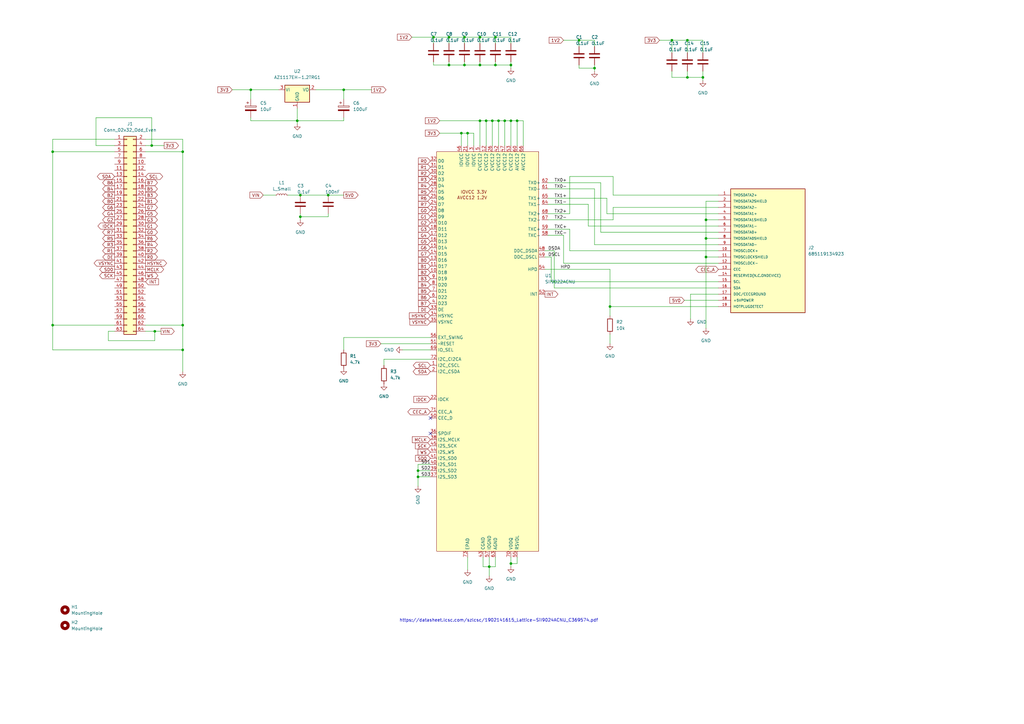
<source format=kicad_sch>
(kicad_sch (version 20211123) (generator eeschema)
  (paper "A3")
  (lib_symbols
    (symbol "685119134923:685119134923" (pin_names (offset 1.016))
      (property "Reference" "J" (at -3.81 25.4 0))
      (property "Value" "685119134923" (at -3.81 -30.48 0))
      (symbol "685119134923_0_0"
        (rectangle (start -15.24 -26.67) (end 15.24 24.13) (stroke (width 0.254)) (fill (type background)))
        (pin bidirectional line (at -20.32 21.59 0) (length 5.08) (name "TMDSDATA2+") (number "1"))
        (pin bidirectional line (at -20.32 -1.27 0) (length 5.08) (name "TMDSCLOCK+") (number "10"))
        (pin bidirectional line (at -20.32 -3.81 0) (length 5.08) (name "TMDSCLOCKSHIELD") (number "11"))
        (pin bidirectional line (at -20.32 -6.35 0) (length 5.08) (name "TMDSCLOCK-") (number "12"))
        (pin bidirectional line (at -20.32 -8.89 0) (length 5.08) (name "CEC") (number "13"))
        (pin bidirectional line (at -20.32 -11.43 0) (length 5.08) (name "RESERVED(N.C.ONDEVICE)") (number "14"))
        (pin bidirectional line (at -20.32 -13.97 0) (length 5.08) (name "SCL") (number "15"))
        (pin bidirectional line (at -20.32 -16.51 0) (length 5.08) (name "SDA") (number "16"))
        (pin bidirectional line (at -20.32 -19.05 0) (length 5.08) (name "DDC/CECGROUND") (number "17"))
        (pin bidirectional line (at -20.32 -21.59 0) (length 5.08) (name "+5VPOWER") (number "18"))
        (pin bidirectional line (at -20.32 -24.13 0) (length 5.08) (name "HOTPLUGDETECT") (number "19"))
        (pin bidirectional line (at -20.32 19.05 0) (length 5.08) (name "TMDSDATA2SHIELD") (number "2"))
        (pin bidirectional line (at -20.32 16.51 0) (length 5.08) (name "TMDSDATA2-") (number "3"))
        (pin bidirectional line (at -20.32 13.97 0) (length 5.08) (name "TMDSDATA1+") (number "4"))
        (pin bidirectional line (at -20.32 11.43 0) (length 5.08) (name "TMDSDATA1SHIELD") (number "5"))
        (pin bidirectional line (at -20.32 8.89 0) (length 5.08) (name "TMDSDATA1-") (number "6"))
        (pin bidirectional line (at -20.32 6.35 0) (length 5.08) (name "TMDSDATA0+") (number "7"))
        (pin bidirectional line (at -20.32 3.81 0) (length 5.08) (name "TMDSDATA0SHIELD") (number "8"))
        (pin bidirectional line (at -20.32 1.27 0) (length 5.08) (name "TMDSDATA0-") (number "9"))
      )
    )
    (symbol "Connector_Generic:Conn_02x32_Odd_Even" (pin_names (offset 1.016) hide)
      (property "Reference" "J" (at 1.27 40.64 0))
      (property "Value" "Conn_02x32_Odd_Even" (at 1.27 -43.18 0))
      (symbol "Conn_02x32_Odd_Even_1_1"
        (rectangle (start -1.27 -40.513) (end 0 -40.767) (stroke (width 0.1524)))
        (rectangle (start -1.27 -37.973) (end 0 -38.227) (stroke (width 0.1524)))
        (rectangle (start -1.27 -35.433) (end 0 -35.687) (stroke (width 0.1524)))
        (rectangle (start -1.27 -32.893) (end 0 -33.147) (stroke (width 0.1524)))
        (rectangle (start -1.27 -30.353) (end 0 -30.607) (stroke (width 0.1524)))
        (rectangle (start -1.27 -27.813) (end 0 -28.067) (stroke (width 0.1524)))
        (rectangle (start -1.27 -25.273) (end 0 -25.527) (stroke (width 0.1524)))
        (rectangle (start -1.27 -22.733) (end 0 -22.987) (stroke (width 0.1524)))
        (rectangle (start -1.27 -20.193) (end 0 -20.447) (stroke (width 0.1524)))
        (rectangle (start -1.27 -17.653) (end 0 -17.907) (stroke (width 0.1524)))
        (rectangle (start -1.27 -15.113) (end 0 -15.367) (stroke (width 0.1524)))
        (rectangle (start -1.27 -12.573) (end 0 -12.827) (stroke (width 0.1524)))
        (rectangle (start -1.27 -10.033) (end 0 -10.287) (stroke (width 0.1524)))
        (rectangle (start -1.27 -7.493) (end 0 -7.747) (stroke (width 0.1524)))
        (rectangle (start -1.27 -4.953) (end 0 -5.207) (stroke (width 0.1524)))
        (rectangle (start -1.27 -2.413) (end 0 -2.667) (stroke (width 0.1524)))
        (rectangle (start -1.27 0.127) (end 0 -0.127) (stroke (width 0.1524)))
        (rectangle (start -1.27 2.667) (end 0 2.413) (stroke (width 0.1524)))
        (rectangle (start -1.27 5.207) (end 0 4.953) (stroke (width 0.1524)))
        (rectangle (start -1.27 7.747) (end 0 7.493) (stroke (width 0.1524)))
        (rectangle (start -1.27 10.287) (end 0 10.033) (stroke (width 0.1524)))
        (rectangle (start -1.27 12.827) (end 0 12.573) (stroke (width 0.1524)))
        (rectangle (start -1.27 15.367) (end 0 15.113) (stroke (width 0.1524)))
        (rectangle (start -1.27 17.907) (end 0 17.653) (stroke (width 0.1524)))
        (rectangle (start -1.27 20.447) (end 0 20.193) (stroke (width 0.1524)))
        (rectangle (start -1.27 22.987) (end 0 22.733) (stroke (width 0.1524)))
        (rectangle (start -1.27 25.527) (end 0 25.273) (stroke (width 0.1524)))
        (rectangle (start -1.27 28.067) (end 0 27.813) (stroke (width 0.1524)))
        (rectangle (start -1.27 30.607) (end 0 30.353) (stroke (width 0.1524)))
        (rectangle (start -1.27 33.147) (end 0 32.893) (stroke (width 0.1524)))
        (rectangle (start -1.27 35.687) (end 0 35.433) (stroke (width 0.1524)))
        (rectangle (start -1.27 38.227) (end 0 37.973) (stroke (width 0.1524)))
        (rectangle (start -1.27 39.37) (end 3.81 -41.91) (stroke (width 0.254)) (fill (type background)))
        (rectangle (start 3.81 -40.513) (end 2.54 -40.767) (stroke (width 0.1524)))
        (rectangle (start 3.81 -37.973) (end 2.54 -38.227) (stroke (width 0.1524)))
        (rectangle (start 3.81 -35.433) (end 2.54 -35.687) (stroke (width 0.1524)))
        (rectangle (start 3.81 -32.893) (end 2.54 -33.147) (stroke (width 0.1524)))
        (rectangle (start 3.81 -30.353) (end 2.54 -30.607) (stroke (width 0.1524)))
        (rectangle (start 3.81 -27.813) (end 2.54 -28.067) (stroke (width 0.1524)))
        (rectangle (start 3.81 -25.273) (end 2.54 -25.527) (stroke (width 0.1524)))
        (rectangle (start 3.81 -22.733) (end 2.54 -22.987) (stroke (width 0.1524)))
        (rectangle (start 3.81 -20.193) (end 2.54 -20.447) (stroke (width 0.1524)))
        (rectangle (start 3.81 -17.653) (end 2.54 -17.907) (stroke (width 0.1524)))
        (rectangle (start 3.81 -15.113) (end 2.54 -15.367) (stroke (width 0.1524)))
        (rectangle (start 3.81 -12.573) (end 2.54 -12.827) (stroke (width 0.1524)))
        (rectangle (start 3.81 -10.033) (end 2.54 -10.287) (stroke (width 0.1524)))
        (rectangle (start 3.81 -7.493) (end 2.54 -7.747) (stroke (width 0.1524)))
        (rectangle (start 3.81 -4.953) (end 2.54 -5.207) (stroke (width 0.1524)))
        (rectangle (start 3.81 -2.413) (end 2.54 -2.667) (stroke (width 0.1524)))
        (rectangle (start 3.81 0.127) (end 2.54 -0.127) (stroke (width 0.1524)))
        (rectangle (start 3.81 2.667) (end 2.54 2.413) (stroke (width 0.1524)))
        (rectangle (start 3.81 5.207) (end 2.54 4.953) (stroke (width 0.1524)))
        (rectangle (start 3.81 7.747) (end 2.54 7.493) (stroke (width 0.1524)))
        (rectangle (start 3.81 10.287) (end 2.54 10.033) (stroke (width 0.1524)))
        (rectangle (start 3.81 12.827) (end 2.54 12.573) (stroke (width 0.1524)))
        (rectangle (start 3.81 15.367) (end 2.54 15.113) (stroke (width 0.1524)))
        (rectangle (start 3.81 17.907) (end 2.54 17.653) (stroke (width 0.1524)))
        (rectangle (start 3.81 20.447) (end 2.54 20.193) (stroke (width 0.1524)))
        (rectangle (start 3.81 22.987) (end 2.54 22.733) (stroke (width 0.1524)))
        (rectangle (start 3.81 25.527) (end 2.54 25.273) (stroke (width 0.1524)))
        (rectangle (start 3.81 28.067) (end 2.54 27.813) (stroke (width 0.1524)))
        (rectangle (start 3.81 30.607) (end 2.54 30.353) (stroke (width 0.1524)))
        (rectangle (start 3.81 33.147) (end 2.54 32.893) (stroke (width 0.1524)))
        (rectangle (start 3.81 35.687) (end 2.54 35.433) (stroke (width 0.1524)))
        (rectangle (start 3.81 38.227) (end 2.54 37.973) (stroke (width 0.1524)))
        (pin passive line (at -5.08 38.1 0) (length 3.81) (name "Pin_1") (number "1"))
        (pin passive line (at 7.62 27.94 180) (length 3.81) (name "Pin_10") (number "10"))
        (pin passive line (at -5.08 25.4 0) (length 3.81) (name "Pin_11") (number "11"))
        (pin passive line (at 7.62 25.4 180) (length 3.81) (name "Pin_12") (number "12"))
        (pin passive line (at -5.08 22.86 0) (length 3.81) (name "Pin_13") (number "13"))
        (pin passive line (at 7.62 22.86 180) (length 3.81) (name "Pin_14") (number "14"))
        (pin passive line (at -5.08 20.32 0) (length 3.81) (name "Pin_15") (number "15"))
        (pin passive line (at 7.62 20.32 180) (length 3.81) (name "Pin_16") (number "16"))
        (pin passive line (at -5.08 17.78 0) (length 3.81) (name "Pin_17") (number "17"))
        (pin passive line (at 7.62 17.78 180) (length 3.81) (name "Pin_18") (number "18"))
        (pin passive line (at -5.08 15.24 0) (length 3.81) (name "Pin_19") (number "19"))
        (pin passive line (at 7.62 38.1 180) (length 3.81) (name "Pin_2") (number "2"))
        (pin passive line (at 7.62 15.24 180) (length 3.81) (name "Pin_20") (number "20"))
        (pin passive line (at -5.08 12.7 0) (length 3.81) (name "Pin_21") (number "21"))
        (pin passive line (at 7.62 12.7 180) (length 3.81) (name "Pin_22") (number "22"))
        (pin passive line (at -5.08 10.16 0) (length 3.81) (name "Pin_23") (number "23"))
        (pin passive line (at 7.62 10.16 180) (length 3.81) (name "Pin_24") (number "24"))
        (pin passive line (at -5.08 7.62 0) (length 3.81) (name "Pin_25") (number "25"))
        (pin passive line (at 7.62 7.62 180) (length 3.81) (name "Pin_26") (number "26"))
        (pin passive line (at -5.08 5.08 0) (length 3.81) (name "Pin_27") (number "27"))
        (pin passive line (at 7.62 5.08 180) (length 3.81) (name "Pin_28") (number "28"))
        (pin passive line (at -5.08 2.54 0) (length 3.81) (name "Pin_29") (number "29"))
        (pin passive line (at -5.08 35.56 0) (length 3.81) (name "Pin_3") (number "3"))
        (pin passive line (at 7.62 2.54 180) (length 3.81) (name "Pin_30") (number "30"))
        (pin passive line (at -5.08 0 0) (length 3.81) (name "Pin_31") (number "31"))
        (pin passive line (at 7.62 0 180) (length 3.81) (name "Pin_32") (number "32"))
        (pin passive line (at -5.08 -2.54 0) (length 3.81) (name "Pin_33") (number "33"))
        (pin passive line (at 7.62 -2.54 180) (length 3.81) (name "Pin_34") (number "34"))
        (pin passive line (at -5.08 -5.08 0) (length 3.81) (name "Pin_35") (number "35"))
        (pin passive line (at 7.62 -5.08 180) (length 3.81) (name "Pin_36") (number "36"))
        (pin passive line (at -5.08 -7.62 0) (length 3.81) (name "Pin_37") (number "37"))
        (pin passive line (at 7.62 -7.62 180) (length 3.81) (name "Pin_38") (number "38"))
        (pin passive line (at -5.08 -10.16 0) (length 3.81) (name "Pin_39") (number "39"))
        (pin passive line (at 7.62 35.56 180) (length 3.81) (name "Pin_4") (number "4"))
        (pin passive line (at 7.62 -10.16 180) (length 3.81) (name "Pin_40") (number "40"))
        (pin passive line (at -5.08 -12.7 0) (length 3.81) (name "Pin_41") (number "41"))
        (pin passive line (at 7.62 -12.7 180) (length 3.81) (name "Pin_42") (number "42"))
        (pin passive line (at -5.08 -15.24 0) (length 3.81) (name "Pin_43") (number "43"))
        (pin passive line (at 7.62 -15.24 180) (length 3.81) (name "Pin_44") (number "44"))
        (pin passive line (at -5.08 -17.78 0) (length 3.81) (name "Pin_45") (number "45"))
        (pin passive line (at 7.62 -17.78 180) (length 3.81) (name "Pin_46") (number "46"))
        (pin passive line (at -5.08 -20.32 0) (length 3.81) (name "Pin_47") (number "47"))
        (pin passive line (at 7.62 -20.32 180) (length 3.81) (name "Pin_48") (number "48"))
        (pin passive line (at -5.08 -22.86 0) (length 3.81) (name "Pin_49") (number "49"))
        (pin passive line (at -5.08 33.02 0) (length 3.81) (name "Pin_5") (number "5"))
        (pin passive line (at 7.62 -22.86 180) (length 3.81) (name "Pin_50") (number "50"))
        (pin passive line (at -5.08 -25.4 0) (length 3.81) (name "Pin_51") (number "51"))
        (pin passive line (at 7.62 -25.4 180) (length 3.81) (name "Pin_52") (number "52"))
        (pin passive line (at -5.08 -27.94 0) (length 3.81) (name "Pin_53") (number "53"))
        (pin passive line (at 7.62 -27.94 180) (length 3.81) (name "Pin_54") (number "54"))
        (pin passive line (at -5.08 -30.48 0) (length 3.81) (name "Pin_55") (number "55"))
        (pin passive line (at 7.62 -30.48 180) (length 3.81) (name "Pin_56") (number "56"))
        (pin passive line (at -5.08 -33.02 0) (length 3.81) (name "Pin_57") (number "57"))
        (pin passive line (at 7.62 -33.02 180) (length 3.81) (name "Pin_58") (number "58"))
        (pin passive line (at -5.08 -35.56 0) (length 3.81) (name "Pin_59") (number "59"))
        (pin passive line (at 7.62 33.02 180) (length 3.81) (name "Pin_6") (number "6"))
        (pin passive line (at 7.62 -35.56 180) (length 3.81) (name "Pin_60") (number "60"))
        (pin passive line (at -5.08 -38.1 0) (length 3.81) (name "Pin_61") (number "61"))
        (pin passive line (at 7.62 -38.1 180) (length 3.81) (name "Pin_62") (number "62"))
        (pin passive line (at -5.08 -40.64 0) (length 3.81) (name "Pin_63") (number "63"))
        (pin passive line (at 7.62 -40.64 180) (length 3.81) (name "Pin_64") (number "64"))
        (pin passive line (at -5.08 30.48 0) (length 3.81) (name "Pin_7") (number "7"))
        (pin passive line (at 7.62 30.48 180) (length 3.81) (name "Pin_8") (number "8"))
        (pin passive line (at -5.08 27.94 0) (length 3.81) (name "Pin_9") (number "9"))
      )
    )
    (symbol "Device:C" (pin_numbers hide) (pin_names (offset 0.254))
      (property "Reference" "C" (at 0.635 2.54 0))
      (property "Value" "C" (at 0.635 -2.54 0))
      (symbol "C_0_1"
        (polyline (pts (xy -2.032 -0.762) (xy 2.032 -0.762)) (stroke (width 0.508)))
        (polyline (pts (xy -2.032 0.762) (xy 2.032 0.762)) (stroke (width 0.508)))
      )
      (symbol "C_1_1"
        (pin passive line (at 0 3.81 270) (length 2.794) (name "~") (number "1"))
        (pin passive line (at 0 -3.81 90) (length 2.794) (name "~") (number "2"))
      )
    )
    (symbol "Device:C_Polarized" (pin_numbers hide) (pin_names (offset 0.254))
      (property "Reference" "C" (at 0.635 2.54 0))
      (property "Value" "C_Polarized" (at 0.635 -2.54 0))
      (symbol "C_Polarized_0_1"
        (rectangle (start -2.286 0.508) (end 2.286 1.016))
        (polyline (pts (xy -1.778 2.286) (xy -0.762 2.286)))
        (polyline (pts (xy -1.27 2.794) (xy -1.27 1.778)))
        (rectangle (start 2.286 -0.508) (end -2.286 -1.016) (fill (type outline)))
      )
      (symbol "C_Polarized_1_1"
        (pin passive line (at 0 3.81 270) (length 2.794) (name "~") (number "1"))
        (pin passive line (at 0 -3.81 90) (length 2.794) (name "~") (number "2"))
      )
    )
    (symbol "Device:L_Small" (pin_numbers hide) (pin_names (offset 0.254) hide)
      (property "Reference" "L" (at 0.762 1.016 0))
      (property "Value" "L_Small" (at 0.762 -1.016 0))
      (symbol "L_Small_0_1"
        (arc (start 0 -2.032) (mid 0.508 -1.524) (end 0 -1.016))
        (arc (start 0 -1.016) (mid 0.508 -0.508) (end 0 0))
        (arc (start 0 0) (mid 0.508 0.508) (end 0 1.016))
        (arc (start 0 1.016) (mid 0.508 1.524) (end 0 2.032))
      )
      (symbol "L_Small_1_1"
        (pin passive line (at 0 2.54 270) (length 0.508) (name "~") (number "1"))
        (pin passive line (at 0 -2.54 90) (length 0.508) (name "~") (number "2"))
      )
    )
    (symbol "Device:R" (pin_numbers hide) (pin_names (offset 0))
      (property "Reference" "R" (at 2.032 0 90))
      (property "Value" "R" (at 0 0 90))
      (symbol "R_0_1"
        (rectangle (start -1.016 -2.54) (end 1.016 2.54) (stroke (width 0.254)))
      )
      (symbol "R_1_1"
        (pin passive line (at 0 3.81 270) (length 1.27) (name "~") (number "1"))
        (pin passive line (at 0 -3.81 90) (length 1.27) (name "~") (number "2"))
      )
    )
    (symbol "Mechanical:MountingHole" (pin_names (offset 1.016))
      (property "Reference" "H" (at 0 5.08 0))
      (property "Value" "MountingHole" (at 0 3.175 0))
      (symbol "MountingHole_0_1"
        (circle (center 0 0) (radius 1.27) (stroke (width 1.27)))
      )
    )
    (symbol "Regulator_Linear:AP1117-33" (pin_names (offset 0.254))
      (property "Reference" "U" (at -3.81 3.175 0))
      (property "Value" "AP1117-33" (at 0 3.175 0))
      (symbol "AP1117-33_0_1"
        (rectangle (start -5.08 -5.08) (end 5.08 1.905) (stroke (width 0.254)) (fill (type background)))
      )
      (symbol "AP1117-33_1_1"
        (pin power_in line (at 0 -7.62 90) (length 2.54) (name "GND") (number "1"))
        (pin power_out line (at 7.62 0 180) (length 2.54) (name "VO") (number "2"))
        (pin power_in line (at -7.62 0 0) (length 2.54) (name "VI") (number "3"))
      )
    )
    (symbol "SII9022ACNU:SII9022ACNU"
      (property "Reference" "U" (at 0 0 0))
      (property "Value" "SII9022ACNU" (at 0 0 0))
      (symbol "SII9022ACNU_0_0"
        (text "AVCC12 1.2V" (at -7.0237 31.9789 0) (effects (font (size 1.27 1.27))))
        (text "IOVCC 3.3V" (at -6.35 34.29 0) (effects (font (size 1.27 1.27))))
      )
      (symbol "SII9022ACNU_0_1"
        (rectangle (start -21.59 50.8) (end 20.32 -113.03) (fill (type background)))
      )
      (symbol "SII9022ACNU_1_1"
        (pin bidirectional line (at -24.13 -36.83 0) (length 2.54) (name "I2C_CSCL") (number "1"))
        (pin input line (at -24.13 1.27 0) (length 2.54) (name "D18") (number "10"))
        (pin input line (at -24.13 3.81 0) (length 2.54) (name "D17") (number "11"))
        (pin power_in line (at -1.27 53.34 270) (length 2.54) (name "CVCC12") (number "12"))
        (pin input line (at -24.13 6.35 0) (length 2.54) (name "D16") (number "13"))
        (pin input line (at -24.13 8.89 0) (length 2.54) (name "D15") (number "14"))
        (pin input line (at -24.13 11.43 0) (length 2.54) (name "D14") (number "15"))
        (pin input line (at -24.13 13.97 0) (length 2.54) (name "D13") (number "16"))
        (pin input line (at -24.13 16.51 0) (length 2.54) (name "D12") (number "17"))
        (pin input line (at -24.13 19.05 0) (length 2.54) (name "D11") (number "18"))
        (pin input line (at -24.13 21.59 0) (length 2.54) (name "D10") (number "19"))
        (pin bidirectional line (at -24.13 -39.37 0) (length 2.54) (name "I2C_CSDA") (number "2"))
        (pin input line (at -24.13 24.13 0) (length 2.54) (name "D9") (number "20"))
        (pin power_in line (at -8.89 53.34 270) (length 2.54) (name "IOVCC") (number "21"))
        (pin input line (at -24.13 -50.8 0) (length 2.54) (name "IDCK") (number "22"))
        (pin input line (at -24.13 26.67 0) (length 2.54) (name "D8") (number "23"))
        (pin input line (at -24.13 29.21 0) (length 2.54) (name "D7") (number "24"))
        (pin input line (at -24.13 31.75 0) (length 2.54) (name "D6") (number "25"))
        (pin power_in line (at 1.27 53.34 270) (length 2.54) (name "CVCC12") (number "26"))
        (pin input line (at -24.13 34.29 0) (length 2.54) (name "D5") (number "27"))
        (pin input line (at -24.13 36.83 0) (length 2.54) (name "D4") (number "28"))
        (pin input line (at -24.13 39.37 0) (length 2.54) (name "D3") (number "29"))
        (pin power_in line (at -6.35 53.34 270) (length 2.54) (name "IOVCC") (number "3"))
        (pin input line (at -24.13 41.91 0) (length 2.54) (name "D2") (number "30"))
        (pin input line (at -24.13 44.45 0) (length 2.54) (name "D1") (number "31"))
        (pin input line (at -24.13 46.99 0) (length 2.54) (name "D0") (number "32"))
        (pin input line (at -24.13 -13.97 0) (length 2.54) (name "DE") (number "33"))
        (pin input line (at -24.13 -16.51 0) (length 2.54) (name "HSYNC") (number "34"))
        (pin input line (at -24.13 -19.05 0) (length 2.54) (name "VSYNC") (number "35"))
        (pin input line (at -24.13 -64.77 0) (length 2.54) (name "SPDIF") (number "36"))
        (pin input line (at -24.13 -82.55 0) (length 2.54) (name "I2S_SD3") (number "37"))
        (pin input line (at -24.13 -67.31 0) (length 2.54) (name "I2S_MCLK") (number "38"))
        (pin input line (at -24.13 -80.01 0) (length 2.54) (name "I2S_SD2") (number "39"))
        (pin input line (at -24.13 -11.43 0) (length 2.54) (name "D23") (number "4"))
        (pin input line (at -24.13 -77.47 0) (length 2.54) (name "I2S_SD1") (number "40"))
        (pin input line (at -24.13 -74.93 0) (length 2.54) (name "I2S_SD0") (number "41"))
        (pin power_in line (at 3.81 53.34 270) (length 2.54) (name "CVCC12") (number "42"))
        (pin power_out line (at -2.54 -115.57 90) (length 2.54) (name "CGND") (number "43"))
        (pin input line (at -24.13 -72.39 0) (length 2.54) (name "I2S_WS") (number "44"))
        (pin input line (at -24.13 -69.85 0) (length 2.54) (name "I2S_SCK") (number "45"))
        (pin power_in line (at -11.43 53.34 270) (length 2.54) (name "IOVCC") (number "46"))
        (pin power_in line (at 6.35 53.34 270) (length 2.54) (name "CVCC12") (number "47"))
        (pin bidirectional line (at 22.86 10.16 180) (length 2.54) (name "DDC_DSDA") (number "48"))
        (pin bidirectional line (at 22.86 7.62 180) (length 2.54) (name "DDC_DSCL") (number "49"))
        (pin power_in line (at -3.81 53.34 270) (length 2.54) (name "CVCC12") (number "5"))
        (pin bidirectional line (at -24.13 -58.42 0) (length 2.54) (name "CEC_D") (number "50"))
        (pin input line (at -24.13 -27.94 0) (length 2.54) (name "~RESET") (number "51"))
        (pin output line (at 22.86 -7.62 180) (length 2.54) (name "INT") (number "52"))
        (pin power_in line (at 8.89 53.34 270) (length 2.54) (name "CVCC12") (number "53"))
        (pin input line (at 22.86 2.54 180) (length 2.54) (name "HPD") (number "54"))
        (pin input line (at 11.43 -115.57 90) (length 2.54) (name "RSVDL") (number "55"))
        (pin input line (at -24.13 -25.4 0) (length 2.54) (name "EXT_SWING") (number "56"))
        (pin power_out line (at 0 -115.57 90) (length 2.54) (name "IOGND") (number "57"))
        (pin output line (at 24.13 16.51 180) (length 2.54) (name "TXC-") (number "58"))
        (pin output line (at 24.13 19.05 180) (length 2.54) (name "TXC+") (number "59"))
        (pin input line (at -24.13 -8.89 0) (length 2.54) (name "D22") (number "6"))
        (pin power_in line (at 11.43 53.34 270) (length 2.54) (name "AVCC12") (number "60"))
        (pin output line (at 24.13 35.56 180) (length 2.54) (name "TX0-") (number "61"))
        (pin output line (at 24.13 38.1 180) (length 2.54) (name "TX0+") (number "62"))
        (pin power_out line (at 2.54 -115.57 90) (length 2.54) (name "AGND") (number "63"))
        (pin output line (at 24.13 29.21 180) (length 2.54) (name "TX1-") (number "64"))
        (pin output line (at 24.13 31.75 180) (length 2.54) (name "TX1+") (number "65"))
        (pin power_in line (at 13.97 53.34 270) (length 2.54) (name "AVCC12") (number "66"))
        (pin output line (at 24.13 22.86 180) (length 2.54) (name "TX2-") (number "67"))
        (pin output line (at 24.13 25.4 180) (length 2.54) (name "TX2+") (number "68"))
        (pin input line (at -24.13 -30.48 0) (length 2.54) (name "IO_SEL") (number "69"))
        (pin input line (at -24.13 -6.35 0) (length 2.54) (name "D21") (number "7"))
        (pin power_in line (at 8.89 -115.57 90) (length 2.54) (name "VDDQ") (number "70"))
        (pin bidirectional line (at -24.13 -55.88 0) (length 2.54) (name "CEC_A") (number "71"))
        (pin input line (at -24.13 -34.29 0) (length 2.54) (name "I2C_CI2CA") (number "72"))
        (pin power_out line (at -8.89 -115.57 90) (length 2.54) (name "EPAD") (number "73"))
        (pin input line (at -24.13 -3.81 0) (length 2.54) (name "D20") (number "8"))
        (pin input line (at -24.13 -1.27 0) (length 2.54) (name "D19") (number "9"))
      )
    )
    (symbol "power:GND" (power) (pin_names (offset 0))
      (property "Value" "GND" (at 0 -3.81 0))
      (symbol "GND_0_1"
        (polyline (pts (xy 0 0) (xy 0 -1.27) (xy 1.27 -1.27) (xy 0 -2.54) (xy -1.27 -1.27) (xy 0 -1.27)))
      )
      (symbol "GND_1_1"
        (pin power_in line (at 0 0 270) (length 0) hide (name "GND") (number "1"))
      )
    )
  )
  (junction (at 140.97 36.83))
  (junction (at 21.59 133.35))
  (junction (at 288.29 31.75))
  (junction (at 63.5 135.89))
  (junction (at 184.15 15.24))
  (junction (at 275.59 16.51))
  (junction (at 184.15 26.67))
  (junction (at 209.55 231.14))
  (junction (at 191.77 54.61))
  (junction (at 196.85 49.53))
  (junction (at 209.55 26.67))
  (junction (at 209.55 49.53))
  (junction (at 189.23 54.61))
  (junction (at 74.93 143.51))
  (junction (at 74.93 133.35))
  (junction (at 203.2 15.24))
  (junction (at 177.8 15.24))
  (junction (at 250.19 125.73))
  (junction (at 199.39 49.53))
  (junction (at 74.93 62.23))
  (junction (at 237.49 16.51))
  (junction (at 190.5 15.24))
  (junction (at 196.85 26.67))
  (junction (at 243.84 27.94))
  (junction (at 171.45 195.58))
  (junction (at 102.87 36.83))
  (junction (at 134.62 80.01))
  (junction (at 121.92 49.53))
  (junction (at 201.93 49.53))
  (junction (at 123.19 80.01))
  (junction (at 289.56 97.79))
  (junction (at 171.45 193.04))
  (junction (at 123.19 88.9))
  (junction (at 21.59 62.23))
  (junction (at 200.66 232.41))
  (junction (at 190.5 26.67))
  (junction (at 281.94 16.51))
  (junction (at 289.56 90.17))
  (junction (at 203.2 26.67))
  (junction (at 289.56 105.41))
  (junction (at 281.94 31.75))
  (junction (at 212.09 49.53))
  (junction (at 204.47 49.53))
  (junction (at 62.23 59.69))
  (junction (at 207.01 49.53))
  (junction (at 196.85 15.24))
  (no_connect (at 176.53 171.45))
  (no_connect (at 176.53 177.8))
  (wire (pts (xy 191.77 54.61) (xy 191.77 59.69)))
  (wire (pts (xy 281.94 16.51) (xy 281.94 21.59)))
  (wire (pts (xy 74.93 133.35) (xy 59.69 133.35)))
  (wire (pts (xy 288.29 16.51) (xy 288.29 21.59)))
  (wire (pts (xy 241.3 92.71) (xy 294.64 92.71)))
  (wire (pts (xy 171.45 190.5) (xy 171.45 193.04)))
  (wire (pts (xy 39.37 48.26) (xy 62.23 48.26)))
  (wire (pts (xy 227.33 118.11) (xy 227.33 102.87)))
  (wire (pts (xy 281.94 31.75) (xy 288.29 31.75)))
  (wire (pts (xy 200.66 228.6) (xy 200.66 232.41)))
  (wire (pts (xy 196.85 25.4) (xy 196.85 26.67)))
  (wire (pts (xy 281.94 16.51) (xy 288.29 16.51)))
  (wire (pts (xy 140.97 48.26) (xy 140.97 49.53)))
  (wire (pts (xy 294.64 125.73) (xy 250.19 125.73)))
  (wire (pts (xy 118.11 80.01) (xy 123.19 80.01)))
  (wire (pts (xy 289.56 105.41) (xy 289.56 134.62)))
  (wire (pts (xy 207.01 49.53) (xy 207.01 59.69)))
  (wire (pts (xy 121.92 49.53) (xy 121.92 50.8)))
  (wire (pts (xy 21.59 133.35) (xy 21.59 143.51)))
  (wire (pts (xy 63.5 135.89) (xy 66.04 135.89)))
  (wire (pts (xy 200.66 232.41) (xy 200.66 236.22)))
  (wire (pts (xy 140.97 36.83) (xy 152.4 36.83)))
  (wire (pts (xy 134.62 87.63) (xy 134.62 88.9)))
  (wire (pts (xy 212.09 228.6) (xy 212.09 231.14)))
  (wire (pts (xy 212.09 49.53) (xy 209.55 49.53)))
  (wire (pts (xy 243.84 77.47) (xy 243.84 100.33)))
  (wire (pts (xy 243.84 100.33) (xy 294.64 100.33)))
  (wire (pts (xy 207.01 49.53) (xy 209.55 49.53)))
  (wire (pts (xy 199.39 49.53) (xy 201.93 49.53)))
  (wire (pts (xy 176.53 190.5) (xy 171.45 190.5)))
  (wire (pts (xy 62.23 59.69) (xy 67.31 59.69)))
  (wire (pts (xy 209.55 49.53) (xy 209.55 59.69)))
  (wire (pts (xy 157.48 147.32) (xy 157.48 149.86)))
  (wire (pts (xy 74.93 143.51) (xy 74.93 133.35)))
  (wire (pts (xy 288.29 31.75) (xy 288.29 33.02)))
  (wire (pts (xy 251.46 80.01) (xy 294.64 80.01)))
  (wire (pts (xy 283.21 120.65) (xy 294.64 120.65)))
  (wire (pts (xy 190.5 15.24) (xy 196.85 15.24)))
  (wire (pts (xy 204.47 49.53) (xy 207.01 49.53)))
  (wire (pts (xy 171.45 193.04) (xy 171.45 195.58)))
  (wire (pts (xy 198.12 228.6) (xy 198.12 232.41)))
  (wire (pts (xy 199.39 49.53) (xy 199.39 59.69)))
  (wire (pts (xy 190.5 26.67) (xy 196.85 26.67)))
  (wire (pts (xy 227.33 102.87) (xy 223.52 102.87)))
  (wire (pts (xy 289.56 105.41) (xy 294.64 105.41)))
  (wire (pts (xy 102.87 48.26) (xy 102.87 49.53)))
  (wire (pts (xy 246.38 95.25) (xy 294.64 95.25)))
  (wire (pts (xy 237.49 27.94) (xy 243.84 27.94)))
  (wire (pts (xy 289.56 90.17) (xy 289.56 97.79)))
  (wire (pts (xy 203.2 15.24) (xy 209.55 15.24)))
  (wire (pts (xy 21.59 143.51) (xy 74.93 143.51)))
  (wire (pts (xy 196.85 15.24) (xy 196.85 17.78)))
  (wire (pts (xy 140.97 49.53) (xy 121.92 49.53)))
  (wire (pts (xy 237.49 26.67) (xy 237.49 27.94)))
  (wire (pts (xy 275.59 31.75) (xy 281.94 31.75)))
  (wire (pts (xy 74.93 62.23) (xy 74.93 133.35)))
  (wire (pts (xy 39.37 59.69) (xy 39.37 48.26)))
  (wire (pts (xy 189.23 54.61) (xy 191.77 54.61)))
  (wire (pts (xy 171.45 193.04) (xy 176.53 193.04)))
  (wire (pts (xy 196.85 49.53) (xy 196.85 59.69)))
  (wire (pts (xy 226.06 105.41) (xy 223.52 105.41)))
  (wire (pts (xy 196.85 15.24) (xy 203.2 15.24)))
  (wire (pts (xy 21.59 62.23) (xy 46.99 62.23)))
  (wire (pts (xy 191.77 228.6) (xy 191.77 233.68)))
  (wire (pts (xy 251.46 85.09) (xy 294.64 85.09)))
  (wire (pts (xy 288.29 29.21) (xy 288.29 31.75)))
  (wire (pts (xy 177.8 26.67) (xy 184.15 26.67)))
  (wire (pts (xy 129.54 36.83) (xy 140.97 36.83)))
  (wire (pts (xy 203.2 232.41) (xy 203.2 228.6)))
  (wire (pts (xy 209.55 228.6) (xy 209.55 231.14)))
  (wire (pts (xy 226.06 115.57) (xy 226.06 105.41)))
  (wire (pts (xy 198.12 232.41) (xy 200.66 232.41)))
  (wire (pts (xy 201.93 49.53) (xy 201.93 59.69)))
  (wire (pts (xy 44.45 139.7) (xy 63.5 139.7)))
  (wire (pts (xy 59.69 57.15) (xy 74.93 57.15)))
  (wire (pts (xy 209.55 15.24) (xy 209.55 17.78)))
  (wire (pts (xy 224.79 83.82) (xy 241.3 83.82)))
  (wire (pts (xy 180.34 54.61) (xy 189.23 54.61)))
  (wire (pts (xy 177.8 15.24) (xy 177.8 17.78)))
  (wire (pts (xy 250.19 110.49) (xy 223.52 110.49)))
  (wire (pts (xy 201.93 49.53) (xy 204.47 49.53)))
  (wire (pts (xy 251.46 90.17) (xy 251.46 85.09)))
  (wire (pts (xy 46.99 135.89) (xy 44.45 135.89)))
  (wire (pts (xy 59.69 135.89) (xy 63.5 135.89)))
  (wire (pts (xy 184.15 15.24) (xy 184.15 17.78)))
  (wire (pts (xy 275.59 16.51) (xy 281.94 16.51)))
  (wire (pts (xy 270.51 16.51) (xy 275.59 16.51)))
  (wire (pts (xy 191.77 54.61) (xy 194.31 54.61)))
  (wire (pts (xy 177.8 15.24) (xy 184.15 15.24)))
  (wire (pts (xy 281.94 29.21) (xy 281.94 31.75)))
  (wire (pts (xy 209.55 231.14) (xy 209.55 232.41)))
  (wire (pts (xy 74.93 152.4) (xy 74.93 143.51)))
  (wire (pts (xy 241.3 83.82) (xy 241.3 92.71)))
  (wire (pts (xy 190.5 25.4) (xy 190.5 26.67)))
  (wire (pts (xy 168.91 15.24) (xy 177.8 15.24)))
  (wire (pts (xy 134.62 88.9) (xy 123.19 88.9)))
  (wire (pts (xy 44.45 135.89) (xy 44.45 139.7)))
  (wire (pts (xy 214.63 59.69) (xy 214.63 49.53)))
  (wire (pts (xy 250.19 137.16) (xy 250.19 140.97)))
  (wire (pts (xy 102.87 49.53) (xy 121.92 49.53)))
  (wire (pts (xy 224.79 96.52) (xy 231.14 96.52)))
  (wire (pts (xy 62.23 48.26) (xy 62.23 59.69)))
  (wire (pts (xy 243.84 27.94) (xy 243.84 29.21)))
  (wire (pts (xy 189.23 54.61) (xy 189.23 59.69)))
  (wire (pts (xy 134.62 80.01) (xy 140.97 80.01)))
  (wire (pts (xy 121.92 44.45) (xy 121.92 49.53)))
  (wire (pts (xy 231.14 16.51) (xy 237.49 16.51)))
  (wire (pts (xy 231.14 96.52) (xy 231.14 107.95)))
  (wire (pts (xy 74.93 57.15) (xy 74.93 62.23)))
  (wire (pts (xy 194.31 54.61) (xy 194.31 59.69)))
  (wire (pts (xy 203.2 15.24) (xy 203.2 17.78)))
  (wire (pts (xy 140.97 36.83) (xy 140.97 40.64)))
  (wire (pts (xy 196.85 49.53) (xy 199.39 49.53)))
  (wire (pts (xy 209.55 26.67) (xy 209.55 27.94)))
  (wire (pts (xy 171.45 195.58) (xy 171.45 199.39)))
  (wire (pts (xy 233.68 93.98) (xy 233.68 102.87)))
  (wire (pts (xy 102.87 36.83) (xy 114.3 36.83)))
  (wire (pts (xy 214.63 49.53) (xy 212.09 49.53)))
  (wire (pts (xy 200.66 232.41) (xy 203.2 232.41)))
  (wire (pts (xy 250.19 125.73) (xy 250.19 110.49)))
  (wire (pts (xy 63.5 139.7) (xy 63.5 135.89)))
  (wire (pts (xy 280.67 123.19) (xy 294.64 123.19)))
  (wire (pts (xy 224.79 90.17) (xy 251.46 90.17)))
  (wire (pts (xy 203.2 25.4) (xy 203.2 26.67)))
  (wire (pts (xy 224.79 87.63) (xy 233.68 87.63)))
  (wire (pts (xy 184.15 26.67) (xy 190.5 26.67)))
  (wire (pts (xy 209.55 26.67) (xy 209.55 25.4)))
  (wire (pts (xy 243.84 27.94) (xy 243.84 26.67)))
  (wire (pts (xy 231.14 107.95) (xy 294.64 107.95)))
  (wire (pts (xy 237.49 16.51) (xy 237.49 19.05)))
  (wire (pts (xy 176.53 138.43) (xy 140.97 138.43)))
  (wire (pts (xy 294.64 118.11) (xy 227.33 118.11)))
  (wire (pts (xy 46.99 133.35) (xy 21.59 133.35)))
  (wire (pts (xy 102.87 36.83) (xy 102.87 40.64)))
  (wire (pts (xy 237.49 16.51) (xy 243.84 16.51)))
  (wire (pts (xy 123.19 87.63) (xy 123.19 88.9)))
  (wire (pts (xy 283.21 130.81) (xy 283.21 120.65)))
  (wire (pts (xy 204.47 49.53) (xy 204.47 59.69)))
  (wire (pts (xy 233.68 102.87) (xy 294.64 102.87)))
  (wire (pts (xy 294.64 82.55) (xy 289.56 82.55)))
  (wire (pts (xy 233.68 87.63) (xy 233.68 72.39)))
  (wire (pts (xy 289.56 97.79) (xy 294.64 97.79)))
  (wire (pts (xy 289.56 90.17) (xy 294.64 90.17)))
  (wire (pts (xy 156.21 140.97) (xy 176.53 140.97)))
  (wire (pts (xy 224.79 77.47) (xy 243.84 77.47)))
  (wire (pts (xy 107.95 80.01) (xy 113.03 80.01)))
  (wire (pts (xy 46.99 57.15) (xy 21.59 57.15)))
  (wire (pts (xy 123.19 88.9) (xy 123.19 90.17)))
  (wire (pts (xy 289.56 82.55) (xy 289.56 90.17)))
  (wire (pts (xy 250.19 125.73) (xy 250.19 129.54)))
  (wire (pts (xy 248.92 87.63) (xy 294.64 87.63)))
  (wire (pts (xy 243.84 16.51) (xy 243.84 19.05)))
  (wire (pts (xy 180.34 49.53) (xy 196.85 49.53)))
  (wire (pts (xy 184.15 15.24) (xy 190.5 15.24)))
  (wire (pts (xy 177.8 25.4) (xy 177.8 26.67)))
  (wire (pts (xy 46.99 59.69) (xy 39.37 59.69)))
  (wire (pts (xy 184.15 25.4) (xy 184.15 26.67)))
  (wire (pts (xy 171.45 195.58) (xy 176.53 195.58)))
  (wire (pts (xy 289.56 97.79) (xy 289.56 105.41)))
  (wire (pts (xy 251.46 72.39) (xy 251.46 80.01)))
  (wire (pts (xy 212.09 49.53) (xy 212.09 59.69)))
  (wire (pts (xy 196.85 26.67) (xy 203.2 26.67)))
  (wire (pts (xy 248.92 81.28) (xy 248.92 87.63)))
  (wire (pts (xy 21.59 62.23) (xy 21.59 133.35)))
  (wire (pts (xy 165.1 143.51) (xy 176.53 143.51)))
  (wire (pts (xy 203.2 26.67) (xy 209.55 26.67)))
  (wire (pts (xy 224.79 74.93) (xy 246.38 74.93)))
  (wire (pts (xy 224.79 81.28) (xy 248.92 81.28)))
  (wire (pts (xy 59.69 59.69) (xy 62.23 59.69)))
  (wire (pts (xy 212.09 231.14) (xy 209.55 231.14)))
  (wire (pts (xy 95.25 36.83) (xy 102.87 36.83)))
  (wire (pts (xy 123.19 80.01) (xy 134.62 80.01)))
  (wire (pts (xy 190.5 15.24) (xy 190.5 17.78)))
  (wire (pts (xy 275.59 29.21) (xy 275.59 31.75)))
  (wire (pts (xy 224.79 93.98) (xy 233.68 93.98)))
  (wire (pts (xy 294.64 115.57) (xy 226.06 115.57)))
  (wire (pts (xy 140.97 138.43) (xy 140.97 143.51)))
  (wire (pts (xy 176.53 147.32) (xy 157.48 147.32)))
  (wire (pts (xy 59.69 62.23) (xy 74.93 62.23)))
  (wire (pts (xy 246.38 74.93) (xy 246.38 95.25)))
  (wire (pts (xy 275.59 16.51) (xy 275.59 21.59)))
  (wire (pts (xy 21.59 57.15) (xy 21.59 62.23)))
  (wire (pts (xy 233.68 72.39) (xy 251.46 72.39)))
  (text "https://datasheet.lcsc.com/szlcsc/1902141615_Lattice-SiI9024ACNU_C369574.pdf" (at 163.83 255.27 0) (effects (font (size 1.27 1.27)) (justify left bottom)))
  (label "HPD" (at 229.87 110.49 0))
  (label "TX1-" (at 227.33 83.82 0))
  (label "SD1" (at 172.72 190.5 0))
  (label "TX2-" (at 227.33 90.17 0))
  (label "TX1+" (at 227.33 81.28 0))
  (label "TX2+" (at 227.33 87.63 0))
  (label "DSDA" (at 224.79 102.87 0))
  (label "TXC+" (at 227.33 93.98 0))
  (label "SD2" (at 172.72 193.04 0))
  (label "TX0-" (at 227.33 77.47 0))
  (label "TXC-" (at 227.33 96.52 0))
  (label "SD3" (at 172.72 195.58 0))
  (label "DSCL" (at 224.79 105.41 0))
  (label "TX0+" (at 227.33 74.93 0))
  (global_label "B7" (shape input) (at 176.53 124.46 180) (property "Intersheet References" "${INTERSHEET_REFS}" (effects hide)))
  (global_label "B1" (shape input) (at 176.53 109.22 180) (property "Intersheet References" "${INTERSHEET_REFS}" (effects hide)))
  (global_label "B3" (shape input) (at 176.53 114.3 180) (property "Intersheet References" "${INTERSHEET_REFS}" (effects hide)))
  (global_label "B7" (shape output) (at 59.69 74.93 0) (property "Intersheet References" "${INTERSHEET_REFS}" (effects hide)))
  (global_label "MCLK" (shape output) (at 59.69 110.49 0) (property "Intersheet References" "${INTERSHEET_REFS}" (effects hide)))
  (global_label "G4" (shape input) (at 176.53 96.52 180) (property "Intersheet References" "${INTERSHEET_REFS}" (effects hide)))
  (global_label "3V3" (shape input) (at 270.51 16.51 180) (property "Intersheet References" "${INTERSHEET_REFS}" (effects hide)))
  (global_label "SCK" (shape input) (at 176.53 182.88 180) (property "Intersheet References" "${INTERSHEET_REFS}" (effects hide)))
  (global_label "3V3" (shape input) (at 95.25 36.83 180) (property "Intersheet References" "${INTERSHEET_REFS}" (effects hide)))
  (global_label "3V3" (shape output) (at 67.31 59.69 0) (property "Intersheet References" "${INTERSHEET_REFS}" (effects hide)))
  (global_label "VSYNC" (shape input) (at 176.53 132.08 180) (property "Intersheet References" "${INTERSHEET_REFS}" (effects hide)))
  (global_label "B0" (shape input) (at 176.53 106.68 180) (property "Intersheet References" "${INTERSHEET_REFS}" (effects hide)))
  (global_label "SDA" (shape bidirectional) (at 176.53 152.4 180) (property "Intersheet References" "${INTERSHEET_REFS}" (effects hide)))
  (global_label "1V2" (shape input) (at 180.34 49.53 180) (property "Intersheet References" "${INTERSHEET_REFS}" (effects hide)))
  (global_label "R1" (shape output) (at 46.99 102.87 180) (property "Intersheet References" "${INTERSHEET_REFS}" (effects hide)))
  (global_label "G1" (shape output) (at 59.69 92.71 0) (property "Intersheet References" "${INTERSHEET_REFS}" (effects hide)))
  (global_label "G3" (shape input) (at 176.53 93.98 180) (property "Intersheet References" "${INTERSHEET_REFS}" (effects hide)))
  (global_label "G1" (shape input) (at 176.53 88.9 180) (property "Intersheet References" "${INTERSHEET_REFS}" (effects hide)))
  (global_label "G5" (shape input) (at 176.53 99.06 180) (property "Intersheet References" "${INTERSHEET_REFS}" (effects hide)))
  (global_label "R7" (shape output) (at 46.99 95.25 180) (property "Intersheet References" "${INTERSHEET_REFS}" (effects hide)))
  (global_label "R0" (shape output) (at 59.69 105.41 0) (property "Intersheet References" "${INTERSHEET_REFS}" (effects hide)))
  (global_label "B5" (shape output) (at 59.69 77.47 0) (property "Intersheet References" "${INTERSHEET_REFS}" (effects hide)))
  (global_label "B2" (shape output) (at 46.99 80.01 180) (property "Intersheet References" "${INTERSHEET_REFS}" (effects hide)))
  (global_label "B0" (shape output) (at 46.99 82.55 180) (property "Intersheet References" "${INTERSHEET_REFS}" (effects hide)))
  (global_label "SCL" (shape bidirectional) (at 176.53 149.86 180) (property "Intersheet References" "${INTERSHEET_REFS}" (effects hide)))
  (global_label "G5" (shape output) (at 59.69 87.63 0) (property "Intersheet References" "${INTERSHEET_REFS}" (effects hide)))
  (global_label "G6" (shape output) (at 46.99 85.09 180) (property "Intersheet References" "${INTERSHEET_REFS}" (effects hide)))
  (global_label "R3" (shape output) (at 46.99 100.33 180) (property "Intersheet References" "${INTERSHEET_REFS}" (effects hide)))
  (global_label "R5" (shape output) (at 46.99 97.79 180) (property "Intersheet References" "${INTERSHEET_REFS}" (effects hide)))
  (global_label "G4" (shape output) (at 46.99 87.63 180) (property "Intersheet References" "${INTERSHEET_REFS}" (effects hide)))
  (global_label "G3" (shape output) (at 59.69 90.17 0) (property "Intersheet References" "${INTERSHEET_REFS}" (effects hide)))
  (global_label "B4" (shape output) (at 46.99 77.47 180) (property "Intersheet References" "${INTERSHEET_REFS}" (effects hide)))
  (global_label "1V2" (shape output) (at 152.4 36.83 0) (property "Intersheet References" "${INTERSHEET_REFS}" (effects hide)))
  (global_label "CEC_A" (shape bidirectional) (at 294.64 110.49 180) (property "Intersheet References" "${INTERSHEET_REFS}" (effects hide)))
  (global_label "VIN" (shape output) (at 66.04 135.89 0) (property "Intersheet References" "${INTERSHEET_REFS}" (effects hide)))
  (global_label "IDCK" (shape input) (at 176.53 163.83 180) (property "Intersheet References" "${INTERSHEET_REFS}" (effects hide)))
  (global_label "R4" (shape input) (at 176.53 76.2 180) (property "Intersheet References" "${INTERSHEET_REFS}" (effects hide)))
  (global_label "3V3" (shape input) (at 180.34 54.61 180) (property "Intersheet References" "${INTERSHEET_REFS}" (effects hide)))
  (global_label "R3" (shape input) (at 176.53 73.66 180) (property "Intersheet References" "${INTERSHEET_REFS}" (effects hide)))
  (global_label "INT" (shape output) (at 223.52 120.65 0) (property "Intersheet References" "${INTERSHEET_REFS}" (effects hide)))
  (global_label "5V0" (shape output) (at 140.97 80.01 0) (property "Intersheet References" "${INTERSHEET_REFS}" (effects hide)))
  (global_label "R2" (shape output) (at 59.69 102.87 0) (property "Intersheet References" "${INTERSHEET_REFS}" (effects hide)))
  (global_label "INT" (shape input) (at 59.69 115.57 0) (property "Intersheet References" "${INTERSHEET_REFS}" (effects hide)))
  (global_label "B6" (shape output) (at 46.99 74.93 180) (property "Intersheet References" "${INTERSHEET_REFS}" (effects hide)))
  (global_label "HSYNC" (shape output) (at 59.69 107.95 0) (property "Intersheet References" "${INTERSHEET_REFS}" (effects hide)))
  (global_label "G2" (shape output) (at 46.99 90.17 180) (property "Intersheet References" "${INTERSHEET_REFS}" (effects hide)))
  (global_label "G7" (shape output) (at 59.69 85.09 0) (property "Intersheet References" "${INTERSHEET_REFS}" (effects hide)))
  (global_label "G0" (shape output) (at 59.69 95.25 0) (property "Intersheet References" "${INTERSHEET_REFS}" (effects hide)))
  (global_label "R7" (shape input) (at 176.53 83.82 180) (property "Intersheet References" "${INTERSHEET_REFS}" (effects hide)))
  (global_label "R4" (shape output) (at 59.69 100.33 0) (property "Intersheet References" "${INTERSHEET_REFS}" (effects hide)))
  (global_label "VSYNC" (shape output) (at 46.99 107.95 180) (property "Intersheet References" "${INTERSHEET_REFS}" (effects hide)))
  (global_label "SD0" (shape input) (at 176.53 187.96 180) (property "Intersheet References" "${INTERSHEET_REFS}" (effects hide)))
  (global_label "MCLK" (shape input) (at 176.53 180.34 180) (property "Intersheet References" "${INTERSHEET_REFS}" (effects hide)))
  (global_label "DE" (shape input) (at 176.53 127 180) (property "Intersheet References" "${INTERSHEET_REFS}" (effects hide)))
  (global_label "SCL" (shape bidirectional) (at 59.69 72.39 0) (property "Intersheet References" "${INTERSHEET_REFS}" (effects hide)))
  (global_label "VIN" (shape input) (at 107.95 80.01 180) (property "Intersheet References" "${INTERSHEET_REFS}" (effects hide)))
  (global_label "IDCK" (shape output) (at 46.99 92.71 180) (property "Intersheet References" "${INTERSHEET_REFS}" (effects hide)))
  (global_label "G7" (shape input) (at 176.53 104.14 180) (property "Intersheet References" "${INTERSHEET_REFS}" (effects hide)))
  (global_label "B3" (shape output) (at 59.69 80.01 0) (property "Intersheet References" "${INTERSHEET_REFS}" (effects hide)))
  (global_label "B6" (shape input) (at 176.53 121.92 180) (property "Intersheet References" "${INTERSHEET_REFS}" (effects hide)))
  (global_label "G0" (shape input) (at 176.53 86.36 180) (property "Intersheet References" "${INTERSHEET_REFS}" (effects hide)))
  (global_label "B5" (shape input) (at 176.53 119.38 180) (property "Intersheet References" "${INTERSHEET_REFS}" (effects hide)))
  (global_label "R2" (shape input) (at 176.53 71.12 180) (property "Intersheet References" "${INTERSHEET_REFS}" (effects hide)))
  (global_label "R5" (shape input) (at 176.53 78.74 180) (property "Intersheet References" "${INTERSHEET_REFS}" (effects hide)))
  (global_label "5V0" (shape input) (at 280.67 123.19 180) (property "Intersheet References" "${INTERSHEET_REFS}" (effects hide)))
  (global_label "WS" (shape output) (at 59.69 113.03 0) (property "Intersheet References" "${INTERSHEET_REFS}" (effects hide)))
  (global_label "1V2" (shape input) (at 231.14 16.51 180) (property "Intersheet References" "${INTERSHEET_REFS}" (effects hide)))
  (global_label "SCK" (shape output) (at 46.99 113.03 180) (property "Intersheet References" "${INTERSHEET_REFS}" (effects hide)))
  (global_label "3V3" (shape input) (at 156.21 140.97 180) (property "Intersheet References" "${INTERSHEET_REFS}" (effects hide)))
  (global_label "WS" (shape input) (at 176.53 185.42 180) (property "Intersheet References" "${INTERSHEET_REFS}" (effects hide)))
  (global_label "G6" (shape input) (at 176.53 101.6 180) (property "Intersheet References" "${INTERSHEET_REFS}" (effects hide)))
  (global_label "HSYNC" (shape input) (at 176.53 129.54 180) (property "Intersheet References" "${INTERSHEET_REFS}" (effects hide)))
  (global_label "B4" (shape input) (at 176.53 116.84 180) (property "Intersheet References" "${INTERSHEET_REFS}" (effects hide)))
  (global_label "DE" (shape output) (at 46.99 105.41 180) (property "Intersheet References" "${INTERSHEET_REFS}" (effects hide)))
  (global_label "R0" (shape input) (at 176.53 66.04 180) (property "Intersheet References" "${INTERSHEET_REFS}" (effects hide)))
  (global_label "R6" (shape input) (at 176.53 81.28 180) (property "Intersheet References" "${INTERSHEET_REFS}" (effects hide)))
  (global_label "R1" (shape input) (at 176.53 68.58 180) (property "Intersheet References" "${INTERSHEET_REFS}" (effects hide)))
  (global_label "B1" (shape output) (at 59.69 82.55 0) (property "Intersheet References" "${INTERSHEET_REFS}" (effects hide)))
  (global_label "G2" (shape input) (at 176.53 91.44 180) (property "Intersheet References" "${INTERSHEET_REFS}" (effects hide)))
  (global_label "R6" (shape output) (at 59.69 97.79 0) (property "Intersheet References" "${INTERSHEET_REFS}" (effects hide)))
  (global_label "CEC_A" (shape bidirectional) (at 176.53 168.91 180) (property "Intersheet References" "${INTERSHEET_REFS}" (effects hide)))
  (global_label "SDA" (shape bidirectional) (at 46.99 72.39 180) (property "Intersheet References" "${INTERSHEET_REFS}" (effects hide)))
  (global_label "1V2" (shape input) (at 168.91 15.24 180) (property "Intersheet References" "${INTERSHEET_REFS}" (effects hide)))
  (global_label "B2" (shape input) (at 176.53 111.76 180) (property "Intersheet References" "${INTERSHEET_REFS}" (effects hide)))
  (global_label "SD0" (shape output) (at 46.99 110.49 180) (property "Intersheet References" "${INTERSHEET_REFS}" (effects hide)))
  (symbol (lib_id "power:GND") (at 209.55 27.94 0) (unit 1)
    (property "Reference" "#PWR0108" (effects hide))
    (property "Value" "GND" (at 209.55 33.02 0))
  )
  (symbol (lib_id "SII9022ACNU:SII9022ACNU") (at 200.66 113.03 0) (unit 1)
    (property "Reference" "U1" (at 223.52 113.0299 0) (effects (justify left)))
    (property "Value" "SII9022ACNU" (at 223.52 115.5699 0) (effects (justify left)))
    (property "Footprint" "Package_DFN_QFN:QFN-72-1EP_10x10mm_P0.5mm_EP6x6mm" (effects hide))
    (property "LCSC" "C369565" (effects hide))
  )
  (symbol (lib_id "Device:C") (at 196.85 21.59 0) (unit 1)
    (property "Reference" "C10" (at 195.58 13.97 0) (effects (justify left)))
    (property "Value" "0.1uF" (at 195.58 16.51 0) (effects (justify left)))
    (property "Footprint" "Capacitor_SMD:C_0402_1005Metric" (effects hide))
    (property "LCSC" "C1525" (effects hide))
  )
  (symbol (lib_id "Mechanical:MountingHole") (at 26.67 250.19 0) (unit 1)
    (property "Reference" "H1" (at 29.21 248.9199 0) (effects (justify left)))
    (property "Value" "MountingHole" (at 29.21 251.4599 0) (effects (justify left)))
    (property "Footprint" "MountingHole:MountingHole_3.2mm_M3_DIN965_Pad" (effects hide))
  )
  (symbol (lib_id "power:GND") (at 289.56 134.62 0) (unit 1)
    (property "Reference" "#PWR0102" (effects hide))
    (property "Value" "GND" (at 289.56 139.7 0))
  )
  (symbol (lib_id "power:GND") (at 123.19 90.17 0) (unit 1)
    (property "Reference" "#PWR0112" (effects hide))
    (property "Value" "GND" (at 123.19 95.25 0))
  )
  (symbol (lib_id "Device:C") (at 275.59 25.4 0) (unit 1)
    (property "Reference" "C13" (at 274.32 17.78 0) (effects (justify left)))
    (property "Value" "0.1uF" (at 274.32 20.32 0) (effects (justify left)))
    (property "Footprint" "Capacitor_SMD:C_0402_1005Metric" (effects hide))
    (property "LCSC" "C1525" (effects hide))
  )
  (symbol (lib_id "Device:R") (at 140.97 147.32 0) (unit 1)
    (property "Reference" "R1" (at 143.51 146.0499 0) (effects (justify left)))
    (property "Value" "4.7k" (at 143.51 148.5899 0) (effects (justify left)))
    (property "Footprint" "Resistor_SMD:R_0402_1005Metric" (effects hide))
    (property "LCSC" "C25900" (effects hide))
  )
  (symbol (lib_id "power:GND") (at 200.66 236.22 0) (unit 1)
    (property "Reference" "#PWR0101" (effects hide))
    (property "Value" "GND" (at 200.66 241.3 0))
  )
  (symbol (lib_id "power:GND") (at 250.19 140.97 0) (unit 1)
    (property "Reference" "#PWR0103" (effects hide))
    (property "Value" "GND" (at 250.19 146.05 0))
  )
  (symbol (lib_id "Device:C") (at 243.84 22.86 0) (unit 1)
    (property "Reference" "C2" (at 242.57 15.24 0) (effects (justify left)))
    (property "Value" "0.1uF" (at 242.57 17.78 0) (effects (justify left)))
    (property "Footprint" "Capacitor_SMD:C_0402_1005Metric" (effects hide))
    (property "LCSC" "C1525" (effects hide))
  )
  (symbol (lib_id "power:GND") (at 121.92 50.8 0) (unit 1)
    (property "Reference" "#PWR0107" (effects hide))
    (property "Value" "GND" (at 121.92 55.88 0))
  )
  (symbol (lib_id "power:GND") (at 288.29 33.02 0) (unit 1)
    (property "Reference" "#PWR0109" (effects hide))
    (property "Value" "GND" (at 288.29 38.1 0))
  )
  (symbol (lib_id "power:GND") (at 74.93 152.4 0) (unit 1)
    (property "Reference" "#PWR01" (effects hide))
    (property "Value" "GND" (at 74.93 157.48 0))
  )
  (symbol (lib_id "Device:C") (at 123.19 83.82 0) (unit 1)
    (property "Reference" "C3" (at 121.92 76.2 0) (effects (justify left)))
    (property "Value" "0.1uF" (at 121.92 78.74 0) (effects (justify left)))
    (property "Footprint" "Capacitor_SMD:C_0805_2012Metric_Pad1.18x1.45mm_HandSolder" (effects hide))
  )
  (symbol (lib_id "power:GND") (at 165.1 143.51 270) (unit 1)
    (property "Reference" "#PWR0105" (effects hide))
    (property "Value" "GND" (at 157.48 143.51 90) (effects (justify left)))
  )
  (symbol (lib_id "power:GND") (at 191.77 233.68 0) (unit 1)
    (property "Reference" "#PWR0114" (effects hide))
    (property "Value" "GND" (at 191.77 238.76 0))
  )
  (symbol (lib_id "Device:C_Polarized") (at 102.87 44.45 0) (unit 1)
    (property "Reference" "C5" (at 106.68 42.2909 0) (effects (justify left)))
    (property "Value" "10uF" (at 106.68 44.8309 0) (effects (justify left)))
    (property "Footprint" "Capacitor_SMD:CP_Elec_5x5.3" (effects hide))
  )
  (symbol (lib_id "Regulator_Linear:AP1117-33") (at 121.92 36.83 0) (unit 1)
    (property "Reference" "U2" (at 121.92 29.21 0))
    (property "Value" "AZ1117EH-1.2TRG1" (at 121.92 31.75 0))
    (property "Footprint" "Package_TO_SOT_SMD:SOT-223-3_TabPin2" (effects hide))
    (property "Datasheet" "http://www.diodes.com/datasheets/AP1117.pdf" (effects hide))
    (property "LCSC" "C92104" (effects hide))
  )
  (symbol (lib_id "Device:C") (at 184.15 21.59 0) (unit 1)
    (property "Reference" "C8" (at 182.88 13.97 0) (effects (justify left)))
    (property "Value" "0.1uF" (at 182.88 16.51 0) (effects (justify left)))
    (property "Footprint" "Capacitor_SMD:C_0402_1005Metric" (effects hide))
    (property "LCSC" "C1525" (effects hide))
  )
  (symbol (lib_id "power:GND") (at 140.97 151.13 0) (unit 1)
    (property "Reference" "#PWR0104" (effects hide))
    (property "Value" "GND" (at 140.97 156.21 0))
  )
  (symbol (lib_id "Device:C") (at 288.29 25.4 0) (unit 1)
    (property "Reference" "C15" (at 287.02 17.78 0) (effects (justify left)))
    (property "Value" "0.1uF" (at 287.02 20.32 0) (effects (justify left)))
    (property "Footprint" "Capacitor_SMD:C_0402_1005Metric" (effects hide))
    (property "LCSC" "C1525" (effects hide))
  )
  (symbol (lib_id "Device:C") (at 177.8 21.59 0) (unit 1)
    (property "Reference" "C7" (at 176.53 13.97 0) (effects (justify left)))
    (property "Value" "0.1uF" (at 176.53 16.51 0) (effects (justify left)))
    (property "Footprint" "Capacitor_SMD:C_0402_1005Metric" (effects hide))
    (property "LCSC" "C1525" (effects hide))
  )
  (symbol (lib_id "power:GND") (at 157.48 157.48 0) (unit 1)
    (property "Reference" "#PWR0113" (effects hide))
    (property "Value" "GND" (at 157.48 162.56 0))
  )
  (symbol (lib_id "power:GND") (at 243.84 29.21 0) (unit 1)
    (property "Reference" "#PWR0110" (effects hide))
    (property "Value" "GND" (at 243.84 34.29 0))
  )
  (symbol (lib_id "Device:C_Polarized") (at 140.97 44.45 0) (unit 1)
    (property "Reference" "C6" (at 144.78 42.2909 0) (effects (justify left)))
    (property "Value" "100uF" (at 144.78 44.8309 0) (effects (justify left)))
    (property "Footprint" "Capacitor_SMD:CP_Elec_5x5.3" (effects hide))
  )
  (symbol (lib_id "Device:R") (at 250.19 133.35 0) (unit 1)
    (property "Reference" "R2" (at 252.73 132.0799 0) (effects (justify left)))
    (property "Value" "10k" (at 252.73 134.6199 0) (effects (justify left)))
    (property "Footprint" "Resistor_SMD:R_0805_2012Metric_Pad1.20x1.40mm_HandSolder" (effects hide))
  )
  (symbol (lib_id "power:GND") (at 283.21 130.81 0) (unit 1)
    (property "Reference" "#PWR?" (effects hide))
    (property "Value" "GND" (at 285.75 132.0799 0) (effects (justify left)))
  )
  (symbol (lib_id "Device:C") (at 203.2 21.59 0) (unit 1)
    (property "Reference" "C11" (at 201.93 13.97 0) (effects (justify left)))
    (property "Value" "0.1uF" (at 201.93 16.51 0) (effects (justify left)))
    (property "Footprint" "Capacitor_SMD:C_0402_1005Metric" (effects hide))
    (property "LCSC" "C1525" (effects hide))
  )
  (symbol (lib_id "power:GND") (at 209.55 232.41 0) (unit 1)
    (property "Reference" "#PWR0106" (effects hide))
    (property "Value" "GND" (at 209.55 237.49 0))
  )
  (symbol (lib_id "power:GND") (at 171.45 199.39 0) (unit 1)
    (property "Reference" "#PWR0111" (effects hide))
    (property "Value" "GND" (at 171.45 207.01 90) (effects (justify left)))
  )
  (symbol (lib_id "Device:C") (at 190.5 21.59 0) (unit 1)
    (property "Reference" "C9" (at 189.23 13.97 0) (effects (justify left)))
    (property "Value" "0.1uF" (at 189.23 16.51 0) (effects (justify left)))
    (property "Footprint" "Capacitor_SMD:C_0402_1005Metric" (effects hide))
    (property "LCSC" "C1525" (effects hide))
  )
  (symbol (lib_id "Device:R") (at 157.48 153.67 0) (unit 1)
    (property "Reference" "R3" (at 160.02 152.3999 0) (effects (justify left)))
    (property "Value" "4.7k" (at 160.02 154.9399 0) (effects (justify left)))
    (property "Footprint" "Resistor_SMD:R_0402_1005Metric" (effects hide))
    (property "LCSC" "C25900" (effects hide))
  )
  (symbol (lib_id "Device:C") (at 237.49 22.86 0) (unit 1)
    (property "Reference" "C1" (at 236.22 15.24 0) (effects (justify left)))
    (property "Value" "0.1uF" (at 236.22 17.78 0) (effects (justify left)))
    (property "Footprint" "Capacitor_SMD:C_0402_1005Metric" (effects hide))
    (property "LCSC" "C1525" (effects hide))
  )
  (symbol (lib_id "Device:C") (at 281.94 25.4 0) (unit 1)
    (property "Reference" "C14" (at 280.67 17.78 0) (effects (justify left)))
    (property "Value" "0.1uF" (at 280.67 20.32 0) (effects (justify left)))
    (property "Footprint" "Capacitor_SMD:C_0402_1005Metric" (effects hide))
    (property "LCSC" "C1525" (effects hide))
  )
  (symbol (lib_id "Device:C") (at 209.55 21.59 0) (unit 1)
    (property "Reference" "C12" (at 208.28 13.97 0) (effects (justify left)))
    (property "Value" "0.1uF" (at 208.28 16.51 0) (effects (justify left)))
    (property "Footprint" "Capacitor_SMD:C_0402_1005Metric" (effects hide))
    (property "LCSC" "C1525" (effects hide))
  )
  (symbol (lib_id "Device:L_Small") (at 115.57 80.01 90) (unit 1)
    (property "Reference" "L1" (at 115.57 74.93 90))
    (property "Value" "L_Small" (at 115.57 77.47 90))
    (property "Footprint" "Inductor_SMD:L_0805_2012Metric_Pad1.05x1.20mm_HandSolder" (effects hide))
  )
  (symbol (lib_id "Mechanical:MountingHole") (at 26.67 256.54 0) (unit 1)
    (property "Reference" "H2" (at 29.21 255.2699 0) (effects (justify left)))
    (property "Value" "MountingHole" (at 29.21 257.8099 0) (effects (justify left)))
    (property "Footprint" "MountingHole:MountingHole_3.2mm_M3_DIN965_Pad" (effects hide))
  )
  (symbol (lib_id "Connector_Generic:Conn_02x32_Odd_Even") (at 52.07 95.25 0) (unit 1)
    (property "Reference" "J1" (at 53.34 50.8 0))
    (property "Value" "Conn_02x32_Odd_Even" (at 53.34 53.34 0))
    (property "Footprint" "Connector_PinSocket_2.54mm:PinSocket_2x32_P2.54mm_Vertical" (effects hide))
  )
  (symbol (lib_id "685119134923:685119134923") (at 314.96 101.6 0) (unit 1)
    (property "Reference" "J2" (at 331.47 101.5999 0) (effects (justify left)))
    (property "Value" "685119134923" (at 331.47 104.1399 0) (effects (justify left)))
    (property "Footprint" "685119134923" (effects hide))
  )
  (symbol (lib_id "Device:C") (at 134.62 83.82 0) (unit 1)
    (property "Reference" "C4" (at 133.35 76.2 0) (effects (justify left)))
    (property "Value" "100nF" (at 133.35 78.74 0) (effects (justify left)))
    (property "Footprint" "Capacitor_SMD:C_0805_2012Metric_Pad1.18x1.45mm_HandSolder" (effects hide))
  )
)
</source>
